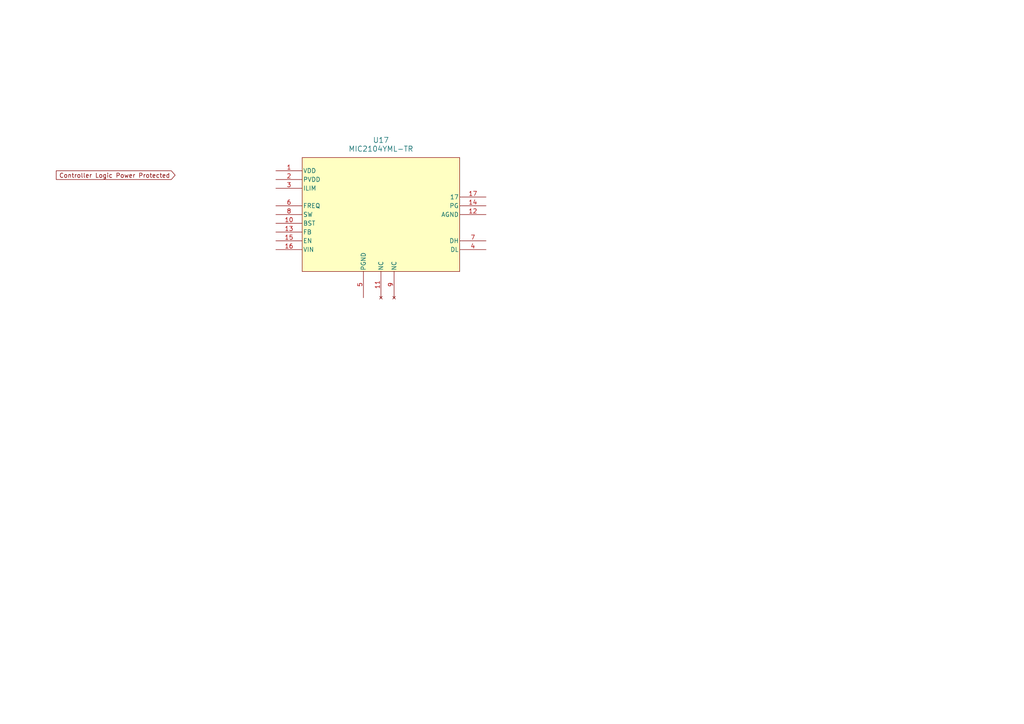
<source format=kicad_sch>
(kicad_sch (version 20231120) (generator "eeschema") (generator_version "8.0")
  (paper "A4")
  (title_block (title "HyperDrive Motor Controller") (rev "Mk. 1") (company "University of Alberta EcoCar Team"))
  (lib_symbols
    (symbol "ecocad_lib_symbols:MIC2104YML-TR" (pin_names (offset 0.254))
      (property "Reference" "U" (at 30.48 10.16 0))
      (property "Value" "MIC2104YML-TR" (at 30.48 7.62 0))
      (symbol "MIC2104YML-TR_0_1"
        (pin power_in line (at 0 0 0) (length 7.62) (name "VDD") (number "1"))
        (pin input line (at 0 -15.24 0) (length 7.62) (name "BST") (number "10"))
        (pin no_connect line (at 30.48 -36.83 90) (length 7.62) (name "NC") (number "11"))
        (pin power_in line (at 60.96 -12.7 180) (length 7.62) (name "AGND") (number "12"))
        (pin input line (at 0 -17.78 0) (length 7.62) (name "FB") (number "13"))
        (pin output line (at 60.96 -10.16 180) (length 7.62) (name "PG") (number "14"))
        (pin input line (at 0 -20.32 0) (length 7.62) (name "EN") (number "15"))
        (pin input line (at 0 -22.86 0) (length 7.62) (name "VIN") (number "16"))
        (pin unspecified line (at 60.96 -7.62 180) (length 7.62) (name "17") (number "17"))
        (pin power_in line (at 0 -2.54 0) (length 7.62) (name "PVDD") (number "2"))
        (pin unspecified line (at 0 -5.08 0) (length 7.62) (name "ILIM") (number "3"))
        (pin output line (at 60.96 -22.86 180) (length 7.62) (name "DL") (number "4"))
        (pin power_in line (at 25.4 -36.83 90) (length 7.62) (name "PGND") (number "5"))
        (pin input line (at 0 -10.16 0) (length 7.62) (name "FREQ") (number "6"))
        (pin output line (at 60.96 -20.32 180) (length 7.62) (name "DH") (number "7"))
        (pin input line (at 0 -12.7 0) (length 7.62) (name "SW") (number "8"))
        (pin no_connect line (at 34.29 -36.83 90) (length 7.62) (name "NC") (number "9"))
      )
      (symbol "MIC2104YML-TR_1_1"
        (rectangle (start 7.62 3.81) (end 53.34 -29.21) (fill (type background)))
      )
    )
  )
  (global_label "Controller Logic Power Protected" (shape input) (at 50.8 50.8 180) (property "Intersheetrefs" "${INTERSHEET_REFS}" (effects (hide yes))))
  (symbol (lib_id "ecocad_lib_symbols:MIC2104YML-TR") (at 80.01 49.53 0) (unit 1)
    (property "Reference" "U17" (at 110.49 40.64 0) (effects (font (size 1.524 1.524))))
    (property "Value" "MIC2104YML-TR" (at 110.49 43.18 0) (effects (font (size 1.524 1.524))))
    (property "Footprint" "MLF-16_ML_4X4_MCH" (effects (hide yes)))
    (property "Datasheet" "MIC2104YML-TR" (effects (hide yes)))
  )
)
</source>
